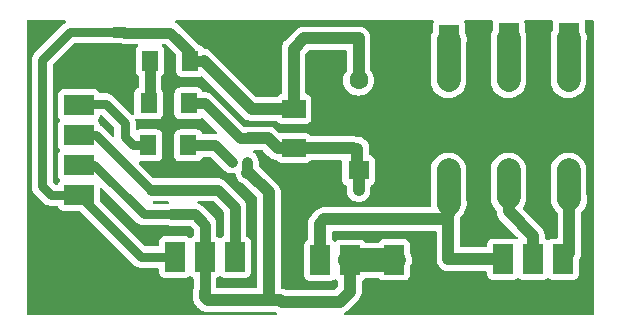
<source format=gbr>
%TF.GenerationSoftware,KiCad,Pcbnew,8.0.1-rc2*%
%TF.CreationDate,2024-05-12T09:23:16-05:00*%
%TF.ProjectId,Sensores 3,53656e73-6f72-4657-9320-332e6b696361,rev?*%
%TF.SameCoordinates,Original*%
%TF.FileFunction,Copper,L1,Top*%
%TF.FilePolarity,Positive*%
%FSLAX46Y46*%
G04 Gerber Fmt 4.6, Leading zero omitted, Abs format (unit mm)*
G04 Created by KiCad (PCBNEW 8.0.1-rc2) date 2024-05-12 09:23:17*
%MOMM*%
%LPD*%
G01*
G04 APERTURE LIST*
G04 Aperture macros list*
%AMRoundRect*
0 Rectangle with rounded corners*
0 $1 Rounding radius*
0 $2 $3 $4 $5 $6 $7 $8 $9 X,Y pos of 4 corners*
0 Add a 4 corners polygon primitive as box body*
4,1,4,$2,$3,$4,$5,$6,$7,$8,$9,$2,$3,0*
0 Add four circle primitives for the rounded corners*
1,1,$1+$1,$2,$3*
1,1,$1+$1,$4,$5*
1,1,$1+$1,$6,$7*
1,1,$1+$1,$8,$9*
0 Add four rect primitives between the rounded corners*
20,1,$1+$1,$2,$3,$4,$5,0*
20,1,$1+$1,$4,$5,$6,$7,0*
20,1,$1+$1,$6,$7,$8,$9,0*
20,1,$1+$1,$8,$9,$2,$3,0*%
G04 Aperture macros list end*
%TA.AperFunction,SMDPad,CuDef*%
%ADD10R,1.700000X2.500000*%
%TD*%
%TA.AperFunction,SMDPad,CuDef*%
%ADD11R,1.400000X1.700000*%
%TD*%
%TA.AperFunction,SMDPad,CuDef*%
%ADD12R,2.500000X1.700000*%
%TD*%
%TA.AperFunction,ComponentPad*%
%ADD13C,1.600000*%
%TD*%
%TA.AperFunction,ComponentPad*%
%ADD14R,1.800000X1.600000*%
%TD*%
%TA.AperFunction,SMDPad,CuDef*%
%ADD15R,2.000000X1.500000*%
%TD*%
%TA.AperFunction,SMDPad,CuDef*%
%ADD16RoundRect,0.112500X-0.112500X-0.237500X0.112500X-0.237500X0.112500X0.237500X-0.112500X0.237500X0*%
%TD*%
%TA.AperFunction,Conductor*%
%ADD17C,1.000000*%
%TD*%
%TA.AperFunction,Conductor*%
%ADD18C,2.000000*%
%TD*%
%TA.AperFunction,Conductor*%
%ADD19C,0.900000*%
%TD*%
%TA.AperFunction,Conductor*%
%ADD20C,0.800000*%
%TD*%
%TA.AperFunction,Conductor*%
%ADD21C,0.200000*%
%TD*%
G04 APERTURE END LIST*
D10*
%TO.P,J5,1,Pin_1*%
%TO.N,Net-(J5-Pin_1)*%
X100900000Y-96700000D03*
%TD*%
D11*
%TO.P,R2,1*%
%TO.N,R*%
X70385200Y-105765600D03*
%TO.P,R2,2*%
%TO.N,Net-(Q1-B)*%
X73785200Y-105765600D03*
%TD*%
D12*
%TO.P,CON-NIVE1,1,Pin_1*%
%TO.N,R*%
X64516000Y-102362000D03*
%TO.P,CON-NIVE1,2,Pin_2*%
%TO.N,SENS*%
X64516000Y-104902000D03*
%TO.P,CON-NIVE1,3,Pin_3*%
%TO.N,PWR_GND*%
X64516000Y-107442000D03*
%TO.P,CON-NIVE1,4,Pin_4*%
%TO.N,PWR_5V*%
X64516000Y-109982000D03*
%TD*%
D10*
%TO.P,J2,1,Pin_1*%
%TO.N,PWR_GND*%
X87457600Y-115505200D03*
%TO.P,J2,2,Pin_2*%
%TO.N,PWR_12V*%
X84917600Y-115505200D03*
%TD*%
%TO.P,J3,1,Pin_1*%
%TO.N,SENS*%
X77724000Y-115214400D03*
%TO.P,J3,2,Pin_2*%
%TO.N,PWR_GND*%
X75184000Y-115214400D03*
%TO.P,J3,3,Pin_3*%
%TO.N,PWR_5V*%
X72644000Y-115214400D03*
%TD*%
D13*
%TO.P,K2,11*%
%TO.N,PWR_12V*%
X95820000Y-107870000D03*
%TO.P,K2,12*%
%TO.N,COM*%
X100900000Y-107870000D03*
%TO.P,K2,14*%
%TO.N,NS*%
X105980000Y-107870000D03*
%TO.P,K2,21*%
%TO.N,A*%
X95820000Y-100250000D03*
%TO.P,K2,22*%
%TO.N,Net-(J5-Pin_1)*%
X100900000Y-100250000D03*
%TO.P,K2,24*%
%TO.N,Net-(J6-Pin_1)*%
X105980000Y-100250000D03*
D14*
%TO.P,K2,A1*%
%TO.N,Net-(D2-A)*%
X88200000Y-107870000D03*
D13*
%TO.P,K2,A2*%
%TO.N,PWR_5V*%
X88200000Y-100250000D03*
%TD*%
D15*
%TO.P,D2,1,K*%
%TO.N,PWR_5V*%
X82700000Y-102693200D03*
%TO.P,D2,2,A*%
%TO.N,Net-(D2-A)*%
X82700000Y-105993200D03*
%TD*%
D11*
%TO.P,R1,1*%
%TO.N,Net-(D1-K)*%
X70412400Y-102209600D03*
%TO.P,R1,2*%
%TO.N,Net-(D2-A)*%
X73812400Y-102209600D03*
%TD*%
D10*
%TO.P,J1,1,Pin_1*%
%TO.N,NS*%
X105500000Y-115400000D03*
%TO.P,J1,2,Pin_2*%
%TO.N,COM*%
X102960000Y-115400000D03*
%TO.P,J1,3,Pin_3*%
%TO.N,PWR_12V*%
X100420000Y-115400000D03*
%TD*%
D11*
%TO.P,D1,1,K*%
%TO.N,Net-(D1-K)*%
X70537600Y-98602800D03*
%TO.P,D1,2,A*%
%TO.N,PWR_5V*%
X73937600Y-98602800D03*
%TD*%
D10*
%TO.P,J6,1,Pin_1*%
%TO.N,Net-(J6-Pin_1)*%
X106000000Y-96650000D03*
%TD*%
D16*
%TO.P,Q1,1,B*%
%TO.N,Net-(Q1-B)*%
X77480400Y-107172000D03*
%TO.P,Q1,2,E*%
%TO.N,PWR_GND*%
X78780400Y-107172000D03*
%TO.P,Q1,3,C*%
%TO.N,Net-(D2-A)*%
X78130400Y-105172000D03*
%TD*%
D10*
%TO.P,J4,1,Pin_1*%
%TO.N,A*%
X95850000Y-96800000D03*
%TD*%
%TO.P,J7,1,Pin_1*%
%TO.N,PWR_GND*%
X91200000Y-115450000D03*
%TD*%
D17*
%TO.N,PWR_GND*%
X80450000Y-118872000D02*
X81550800Y-118872000D01*
D18*
X91144800Y-115505200D02*
X91200000Y-115450000D01*
D17*
X87457600Y-115505200D02*
X87457600Y-118142400D01*
D18*
X87457600Y-115505200D02*
X91144800Y-115505200D01*
D17*
X78942000Y-108092000D02*
X80600000Y-109750000D01*
D19*
X72339200Y-111607600D02*
X74345800Y-111607600D01*
D17*
X78780400Y-108092000D02*
X78942000Y-108092000D01*
D20*
X70002400Y-111607600D02*
X72339200Y-111607600D01*
D17*
X75184000Y-118634000D02*
X75422000Y-118872000D01*
D19*
X78780400Y-107172000D02*
X78780400Y-108092000D01*
D17*
X87457600Y-118142400D02*
X86600000Y-119000000D01*
X81678800Y-119000000D02*
X81550800Y-118872000D01*
X75422000Y-118872000D02*
X81550800Y-118872000D01*
D19*
X75184000Y-115214400D02*
X75184000Y-118135400D01*
D17*
X75184000Y-118135400D02*
X75184000Y-118634000D01*
X80600000Y-109750000D02*
X80600000Y-118722000D01*
D19*
X74345800Y-111607600D02*
X75209400Y-112471200D01*
D21*
X75209400Y-112471200D02*
X75184000Y-112496600D01*
D20*
X64516000Y-107442000D02*
X65836800Y-107442000D01*
D19*
X75184000Y-112496600D02*
X75184000Y-115214400D01*
D20*
X65836800Y-107442000D02*
X70002400Y-111607600D01*
D17*
X86600000Y-119000000D02*
X81678800Y-119000000D01*
X80600000Y-118722000D02*
X80450000Y-118872000D01*
D20*
%TO.N,R*%
X68427600Y-103886000D02*
X66802000Y-102260400D01*
X66802000Y-102260400D02*
X65481200Y-102260400D01*
X69138800Y-105765600D02*
X68427600Y-105054400D01*
X70385200Y-105765600D02*
X69138800Y-105765600D01*
X68427600Y-105054400D02*
X68427600Y-103886000D01*
D19*
%TO.N,SENS*%
X70637400Y-109499400D02*
X76276200Y-109499400D01*
D21*
X77749400Y-111125000D02*
X77724000Y-111150400D01*
X77724000Y-115214400D02*
X77724000Y-112471200D01*
D19*
X70586600Y-109550200D02*
X70637400Y-109499400D01*
D20*
X64516000Y-104902000D02*
X65938400Y-104902000D01*
X70586600Y-109550200D02*
X65938400Y-104902000D01*
D19*
X76276200Y-109499400D02*
X77749400Y-110972600D01*
X77724000Y-111150400D02*
X77724000Y-115214400D01*
D21*
X77749400Y-110972600D02*
X77749400Y-111125000D01*
D20*
%TO.N,PWR_5V*%
X61417200Y-109220000D02*
X61417200Y-98552000D01*
D19*
X67513200Y-96164400D02*
X68326000Y-96164400D01*
D20*
X63804800Y-96164400D02*
X67817999Y-96164399D01*
D21*
X73937600Y-98602800D02*
X74396600Y-98602800D01*
D19*
X72263000Y-96215200D02*
X73937600Y-97889800D01*
D21*
X73937600Y-98602800D02*
X74472800Y-98602800D01*
D17*
X75082400Y-98602800D02*
X79172800Y-102693200D01*
D20*
X69748400Y-115214400D02*
X64516000Y-109982000D01*
D19*
X68376800Y-96215200D02*
X72263000Y-96215200D01*
D17*
X88200000Y-96700000D02*
X83600000Y-96700000D01*
D19*
X68376800Y-96215200D02*
X68325999Y-96164399D01*
X68326000Y-96164400D02*
X68376800Y-96215200D01*
D21*
X73937600Y-98602800D02*
X73937600Y-97889800D01*
D20*
X64516000Y-109982000D02*
X62179200Y-109982000D01*
D19*
X68325999Y-96164399D02*
X67817999Y-96164399D01*
D20*
X72644000Y-115214400D02*
X69748400Y-115214400D01*
X61417200Y-98552000D02*
X63804800Y-96164400D01*
D17*
X79172800Y-102693200D02*
X82700000Y-102693200D01*
X83600000Y-96700000D02*
X82700000Y-97600000D01*
X88200000Y-100250000D02*
X88200000Y-96700000D01*
X82700000Y-97600000D02*
X82700000Y-102693200D01*
D20*
X62179200Y-109982000D02*
X61417200Y-109220000D01*
D19*
X74396600Y-98602800D02*
X75082400Y-98602800D01*
D21*
X61518800Y-102387400D02*
X61534200Y-102402800D01*
%TO.N,Net-(D1-K)*%
X70537600Y-102084400D02*
X70412400Y-102209600D01*
D19*
X70537600Y-98602800D02*
X70537600Y-102084400D01*
D17*
%TO.N,Net-(D2-A)*%
X87743200Y-105993200D02*
X82700000Y-105993200D01*
D19*
X78130400Y-105172000D02*
X78908400Y-105172000D01*
D17*
X78908400Y-105172000D02*
X80522000Y-105172000D01*
D21*
X81939400Y-105993200D02*
X82854800Y-105993200D01*
D17*
X80522000Y-105172000D02*
X81343200Y-105993200D01*
D21*
X81863200Y-105993200D02*
X82854800Y-105993200D01*
D17*
X87743200Y-105993200D02*
X87800000Y-106050000D01*
X88100000Y-107770000D02*
X88200000Y-107870000D01*
D19*
X75168000Y-102209600D02*
X78130400Y-105172000D01*
D17*
X81343200Y-105993200D02*
X82700000Y-105993200D01*
X88200000Y-109550000D02*
X88200000Y-107870000D01*
D19*
X73812400Y-102209600D02*
X75168000Y-102209600D01*
D17*
X88100000Y-106050000D02*
X88100000Y-107770000D01*
X87800000Y-106050000D02*
X88100000Y-106050000D01*
%TO.N,PWR_12V*%
X95850000Y-111550000D02*
X95850000Y-110700000D01*
D18*
X95820000Y-110670000D02*
X95850000Y-110700000D01*
X95820000Y-107870000D02*
X95820000Y-110670000D01*
D17*
X85300000Y-112000000D02*
X95400000Y-112000000D01*
X95800000Y-115350000D02*
X95800000Y-111600000D01*
X95800000Y-111600000D02*
X95850000Y-111550000D01*
X84917600Y-115505200D02*
X84917600Y-112382400D01*
X95400000Y-112000000D02*
X95850000Y-111550000D01*
X95850000Y-115400000D02*
X95800000Y-115350000D01*
X84917600Y-112382400D02*
X85300000Y-112000000D01*
X100420000Y-115400000D02*
X95850000Y-115400000D01*
D19*
%TO.N,Net-(Q1-B)*%
X73785200Y-105765600D02*
X76074000Y-105765600D01*
X76074000Y-105765600D02*
X77480400Y-107172000D01*
D18*
%TO.N,Net-(J5-Pin_1)*%
X100900000Y-100250000D02*
X100900000Y-96700000D01*
%TO.N,Net-(J6-Pin_1)*%
X105980000Y-100250000D02*
X105980000Y-96670000D01*
X105980000Y-96670000D02*
X106000000Y-96650000D01*
D17*
%TO.N,NS*%
X106050000Y-114850000D02*
X106050000Y-110300000D01*
D18*
X105980000Y-107870000D02*
X105980000Y-110230000D01*
X105980000Y-110230000D02*
X106050000Y-110300000D01*
D17*
X105500000Y-115400000D02*
X106050000Y-114850000D01*
D18*
%TO.N,COM*%
X100900000Y-107870000D02*
X100900000Y-110150000D01*
D17*
X102960000Y-113410000D02*
X100900000Y-111350000D01*
X100900000Y-107870000D02*
X100780000Y-107870000D01*
X102960000Y-115400000D02*
X102960000Y-113410000D01*
X100900000Y-111350000D02*
X100900000Y-110150000D01*
D18*
%TO.N,A*%
X95820000Y-96830000D02*
X95850000Y-96800000D01*
X95820000Y-100250000D02*
X95820000Y-96830000D01*
%TD*%
%TA.AperFunction,NonConductor*%
G36*
X66475147Y-103207047D02*
G01*
X67490781Y-104222680D01*
X67524266Y-104284003D01*
X67527100Y-104310361D01*
X67527100Y-104917838D01*
X67507415Y-104984877D01*
X67454611Y-105030632D01*
X67385453Y-105040576D01*
X67321897Y-105011551D01*
X67315419Y-105005519D01*
X66512441Y-104202540D01*
X66512440Y-104202539D01*
X66512436Y-104202536D01*
X66453359Y-104163063D01*
X66453358Y-104163061D01*
X66364944Y-104103985D01*
X66364942Y-104103984D01*
X66341120Y-104094117D01*
X66286716Y-104050276D01*
X66265282Y-103992808D01*
X66260091Y-103944516D01*
X66209797Y-103809671D01*
X66209795Y-103809668D01*
X66132421Y-103706309D01*
X66108004Y-103640848D01*
X66122855Y-103572575D01*
X66132416Y-103557696D01*
X66209796Y-103454331D01*
X66260091Y-103319483D01*
X66264177Y-103281470D01*
X66290913Y-103216923D01*
X66348305Y-103177074D01*
X66418130Y-103174579D01*
X66475147Y-103207047D01*
G37*
%TD.AperFunction*%
%TA.AperFunction,NonConductor*%
G36*
X67226207Y-97074338D02*
G01*
X67235944Y-97078371D01*
X67235949Y-97078373D01*
X67419579Y-97114899D01*
X67419583Y-97114900D01*
X67419584Y-97114900D01*
X68040426Y-97114900D01*
X68087878Y-97124339D01*
X68092096Y-97126086D01*
X68099549Y-97129173D01*
X68283178Y-97165699D01*
X68283182Y-97165700D01*
X68283183Y-97165700D01*
X68283184Y-97165700D01*
X69414142Y-97165700D01*
X69481181Y-97185385D01*
X69526936Y-97238189D01*
X69536880Y-97307347D01*
X69507855Y-97370903D01*
X69488454Y-97388966D01*
X69480052Y-97395255D01*
X69393806Y-97510464D01*
X69393802Y-97510471D01*
X69343508Y-97645317D01*
X69337576Y-97700500D01*
X69337101Y-97704923D01*
X69337100Y-97704935D01*
X69337100Y-99500670D01*
X69337101Y-99500676D01*
X69343508Y-99560283D01*
X69393802Y-99695128D01*
X69393803Y-99695129D01*
X69393804Y-99695131D01*
X69480052Y-99810343D01*
X69480055Y-99810347D01*
X69537410Y-99853282D01*
X69579282Y-99909215D01*
X69587100Y-99952549D01*
X69587100Y-100786058D01*
X69567415Y-100853097D01*
X69514611Y-100898852D01*
X69506435Y-100902239D01*
X69470073Y-100915801D01*
X69470064Y-100915806D01*
X69354855Y-101002052D01*
X69354852Y-101002055D01*
X69268606Y-101117264D01*
X69268602Y-101117271D01*
X69218308Y-101252117D01*
X69211901Y-101311716D01*
X69211900Y-101311728D01*
X69211900Y-103097439D01*
X69192215Y-103164478D01*
X69139411Y-103210233D01*
X69070253Y-103220177D01*
X69006697Y-103191152D01*
X69000219Y-103185120D01*
X67376041Y-101560940D01*
X67376038Y-101560937D01*
X67283945Y-101499403D01*
X67228544Y-101462385D01*
X67228542Y-101462384D01*
X67146607Y-101428446D01*
X67146606Y-101428446D01*
X67064666Y-101394505D01*
X67064658Y-101394503D01*
X66890696Y-101359900D01*
X66890692Y-101359900D01*
X66890691Y-101359900D01*
X66329545Y-101359900D01*
X66262506Y-101340215D01*
X66216751Y-101287411D01*
X66213362Y-101279230D01*
X66212666Y-101277363D01*
X66209796Y-101269669D01*
X66209794Y-101269666D01*
X66209793Y-101269664D01*
X66123547Y-101154455D01*
X66123544Y-101154452D01*
X66008335Y-101068206D01*
X66008328Y-101068202D01*
X65873482Y-101017908D01*
X65873483Y-101017908D01*
X65813883Y-101011501D01*
X65813881Y-101011500D01*
X65813873Y-101011500D01*
X65813864Y-101011500D01*
X63218129Y-101011500D01*
X63218123Y-101011501D01*
X63158516Y-101017908D01*
X63023671Y-101068202D01*
X63023664Y-101068206D01*
X62908455Y-101154452D01*
X62908452Y-101154455D01*
X62822206Y-101269664D01*
X62822202Y-101269671D01*
X62771908Y-101404517D01*
X62765501Y-101464116D01*
X62765500Y-101464135D01*
X62765500Y-103259870D01*
X62765501Y-103259876D01*
X62771908Y-103319483D01*
X62822202Y-103454328D01*
X62822203Y-103454330D01*
X62850935Y-103492711D01*
X62894332Y-103550682D01*
X62899578Y-103557689D01*
X62923995Y-103623153D01*
X62909144Y-103691426D01*
X62899578Y-103706311D01*
X62822203Y-103809669D01*
X62822202Y-103809671D01*
X62771908Y-103944517D01*
X62765501Y-104004116D01*
X62765500Y-104004135D01*
X62765500Y-105799870D01*
X62765501Y-105799876D01*
X62771908Y-105859483D01*
X62822202Y-105994328D01*
X62822203Y-105994330D01*
X62899578Y-106097689D01*
X62923995Y-106163153D01*
X62909144Y-106231426D01*
X62899578Y-106246311D01*
X62822203Y-106349669D01*
X62822202Y-106349671D01*
X62771908Y-106484517D01*
X62765501Y-106544116D01*
X62765500Y-106544135D01*
X62765500Y-108339870D01*
X62765501Y-108339876D01*
X62771908Y-108399483D01*
X62822202Y-108534328D01*
X62822203Y-108534330D01*
X62860454Y-108585427D01*
X62882671Y-108615105D01*
X62899578Y-108637689D01*
X62923995Y-108703153D01*
X62909144Y-108771426D01*
X62899578Y-108786311D01*
X62822203Y-108889669D01*
X62822202Y-108889671D01*
X62780742Y-109000833D01*
X62738871Y-109056767D01*
X62673407Y-109081184D01*
X62664560Y-109081500D01*
X62603561Y-109081500D01*
X62536522Y-109061815D01*
X62515884Y-109045185D01*
X62354016Y-108883317D01*
X62320534Y-108821996D01*
X62317700Y-108795638D01*
X62317700Y-98976360D01*
X62337385Y-98909321D01*
X62354014Y-98888684D01*
X64141480Y-97101217D01*
X64202803Y-97067733D01*
X64229161Y-97064899D01*
X67178755Y-97064899D01*
X67226207Y-97074338D01*
G37*
%TD.AperFunction*%
%TA.AperFunction,NonConductor*%
G36*
X72096508Y-110469585D02*
G01*
X72142263Y-110522389D01*
X72152207Y-110591547D01*
X72123182Y-110655103D01*
X72067541Y-110691214D01*
X72067576Y-110691297D01*
X72067129Y-110691481D01*
X72065470Y-110692559D01*
X72061952Y-110693626D01*
X72061950Y-110693626D01*
X72061949Y-110693627D01*
X72052206Y-110697662D01*
X72004758Y-110707100D01*
X70898967Y-110707100D01*
X70831928Y-110687415D01*
X70786173Y-110634611D01*
X70776229Y-110565453D01*
X70805254Y-110501897D01*
X70858554Y-110467304D01*
X70858223Y-110466504D01*
X70862550Y-110464711D01*
X70862969Y-110464440D01*
X70863842Y-110464174D01*
X70863850Y-110464173D01*
X70870114Y-110461578D01*
X70875521Y-110459339D01*
X70922973Y-110449900D01*
X72029469Y-110449900D01*
X72096508Y-110469585D01*
G37*
%TD.AperFunction*%
%TA.AperFunction,NonConductor*%
G36*
X75898167Y-110469585D02*
G01*
X75918809Y-110486219D01*
X76737181Y-111304591D01*
X76770666Y-111365914D01*
X76773500Y-111392272D01*
X76773500Y-113381609D01*
X76753815Y-113448648D01*
X76701011Y-113494403D01*
X76692833Y-113497791D01*
X76631671Y-113520602D01*
X76631669Y-113520603D01*
X76528311Y-113597978D01*
X76462847Y-113622395D01*
X76394574Y-113607544D01*
X76379689Y-113597978D01*
X76372423Y-113592539D01*
X76329143Y-113560139D01*
X76276330Y-113520603D01*
X76276328Y-113520602D01*
X76215167Y-113497791D01*
X76159233Y-113455920D01*
X76134816Y-113390456D01*
X76134500Y-113381609D01*
X76134500Y-112704721D01*
X76136883Y-112680529D01*
X76159900Y-112564819D01*
X76159900Y-112377580D01*
X76159899Y-112377578D01*
X76123375Y-112193957D01*
X76123372Y-112193948D01*
X76051726Y-112020976D01*
X76051719Y-112020963D01*
X75947702Y-111865292D01*
X75947699Y-111865288D01*
X74951711Y-110869300D01*
X74951707Y-110869297D01*
X74796036Y-110765280D01*
X74796027Y-110765275D01*
X74713417Y-110731057D01*
X74694701Y-110723305D01*
X74623051Y-110693627D01*
X74623047Y-110693626D01*
X74619530Y-110692559D01*
X74617914Y-110691500D01*
X74617424Y-110691297D01*
X74617462Y-110691203D01*
X74561093Y-110654258D01*
X74532640Y-110590445D01*
X74543204Y-110521378D01*
X74589431Y-110468987D01*
X74655531Y-110449900D01*
X75831128Y-110449900D01*
X75898167Y-110469585D01*
G37*
%TD.AperFunction*%
%TA.AperFunction,NonConductor*%
G36*
X66471702Y-109350848D02*
G01*
X66478180Y-109356880D01*
X69428358Y-112307059D01*
X69428361Y-112307062D01*
X69428364Y-112307064D01*
X69458409Y-112327139D01*
X69575853Y-112405613D01*
X69657793Y-112439553D01*
X69739734Y-112473495D01*
X69913703Y-112508099D01*
X69913707Y-112508100D01*
X69913708Y-112508100D01*
X69913709Y-112508100D01*
X72004758Y-112508100D01*
X72052206Y-112517537D01*
X72061949Y-112521573D01*
X72061953Y-112521573D01*
X72061956Y-112521575D01*
X72245579Y-112558099D01*
X72245583Y-112558100D01*
X72245584Y-112558100D01*
X73900728Y-112558100D01*
X73967767Y-112577785D01*
X73988409Y-112594419D01*
X74197181Y-112803191D01*
X74230666Y-112864514D01*
X74233500Y-112890872D01*
X74233500Y-113381609D01*
X74213815Y-113448648D01*
X74161011Y-113494403D01*
X74152833Y-113497791D01*
X74091671Y-113520602D01*
X74091669Y-113520603D01*
X73988311Y-113597978D01*
X73922847Y-113622395D01*
X73854574Y-113607544D01*
X73839689Y-113597978D01*
X73832423Y-113592539D01*
X73789143Y-113560139D01*
X73736330Y-113520603D01*
X73736328Y-113520602D01*
X73601482Y-113470308D01*
X73601483Y-113470308D01*
X73541883Y-113463901D01*
X73541881Y-113463900D01*
X73541873Y-113463900D01*
X73541864Y-113463900D01*
X71746129Y-113463900D01*
X71746123Y-113463901D01*
X71686516Y-113470308D01*
X71551671Y-113520602D01*
X71551664Y-113520606D01*
X71436455Y-113606852D01*
X71436452Y-113606855D01*
X71350206Y-113722064D01*
X71350202Y-113722071D01*
X71299908Y-113856917D01*
X71295455Y-113898344D01*
X71293501Y-113916523D01*
X71293500Y-113916535D01*
X71293500Y-114189900D01*
X71273815Y-114256939D01*
X71221011Y-114302694D01*
X71169500Y-114313900D01*
X70172762Y-114313900D01*
X70105723Y-114294215D01*
X70085081Y-114277581D01*
X66302818Y-110495318D01*
X66269333Y-110433995D01*
X66266499Y-110407637D01*
X66266499Y-109444561D01*
X66286184Y-109377522D01*
X66338988Y-109331767D01*
X66408146Y-109321823D01*
X66471702Y-109350848D01*
G37*
%TD.AperFunction*%
%TA.AperFunction,NonConductor*%
G36*
X94506850Y-95160585D02*
G01*
X94552605Y-95213389D01*
X94562549Y-95282547D01*
X94555993Y-95308233D01*
X94505908Y-95442517D01*
X94502212Y-95476900D01*
X94499501Y-95502123D01*
X94499500Y-95502135D01*
X94499500Y-96086720D01*
X94485985Y-96143014D01*
X94429434Y-96254000D01*
X94356446Y-96478631D01*
X94319500Y-96711902D01*
X94319500Y-100368097D01*
X94356446Y-100601368D01*
X94429433Y-100825996D01*
X94531496Y-101026304D01*
X94536657Y-101036433D01*
X94675483Y-101227510D01*
X94842490Y-101394517D01*
X95033567Y-101533343D01*
X95132991Y-101584002D01*
X95244003Y-101640566D01*
X95244005Y-101640566D01*
X95244008Y-101640568D01*
X95343869Y-101673015D01*
X95468631Y-101713553D01*
X95701903Y-101750500D01*
X95701908Y-101750500D01*
X95938097Y-101750500D01*
X96171368Y-101713553D01*
X96210405Y-101700869D01*
X96395992Y-101640568D01*
X96606433Y-101533343D01*
X96797510Y-101394517D01*
X96964517Y-101227510D01*
X97103343Y-101036433D01*
X97210568Y-100825992D01*
X97283553Y-100601368D01*
X97303301Y-100476686D01*
X97320500Y-100368097D01*
X97320500Y-97117257D01*
X97322027Y-97097859D01*
X97350499Y-96918097D01*
X97350499Y-96681903D01*
X97326741Y-96531908D01*
X97313552Y-96448632D01*
X97264814Y-96298630D01*
X97240569Y-96224010D01*
X97240565Y-96224002D01*
X97214014Y-96171891D01*
X97200499Y-96115597D01*
X97200499Y-95502129D01*
X97200498Y-95502123D01*
X97200497Y-95502116D01*
X97194091Y-95442517D01*
X97179030Y-95402135D01*
X97144007Y-95308233D01*
X97139023Y-95238541D01*
X97172508Y-95177218D01*
X97233832Y-95143734D01*
X97260189Y-95140900D01*
X99452514Y-95140900D01*
X99519553Y-95160585D01*
X99565308Y-95213389D01*
X99575252Y-95282547D01*
X99568696Y-95308233D01*
X99555908Y-95342517D01*
X99549501Y-95402116D01*
X99549501Y-95402123D01*
X99549500Y-95402135D01*
X99549500Y-96015599D01*
X99535985Y-96071893D01*
X99509430Y-96124009D01*
X99509430Y-96124011D01*
X99436447Y-96348627D01*
X99436447Y-96348630D01*
X99399500Y-96581902D01*
X99399500Y-100368097D01*
X99436446Y-100601368D01*
X99509433Y-100825996D01*
X99611496Y-101026304D01*
X99616657Y-101036433D01*
X99755483Y-101227510D01*
X99922490Y-101394517D01*
X100113567Y-101533343D01*
X100212991Y-101584002D01*
X100324003Y-101640566D01*
X100324005Y-101640566D01*
X100324008Y-101640568D01*
X100423869Y-101673015D01*
X100548631Y-101713553D01*
X100781903Y-101750500D01*
X100781908Y-101750500D01*
X101018097Y-101750500D01*
X101251368Y-101713553D01*
X101290405Y-101700869D01*
X101475992Y-101640568D01*
X101686433Y-101533343D01*
X101877510Y-101394517D01*
X102044517Y-101227510D01*
X102183343Y-101036433D01*
X102290568Y-100825992D01*
X102363553Y-100601368D01*
X102383301Y-100476686D01*
X102400500Y-100368097D01*
X102400500Y-96581902D01*
X102363553Y-96348631D01*
X102290565Y-96124000D01*
X102264014Y-96071891D01*
X102250499Y-96015597D01*
X102250499Y-95402129D01*
X102250498Y-95402123D01*
X102250497Y-95402116D01*
X102245123Y-95352116D01*
X102244091Y-95342516D01*
X102231304Y-95308233D01*
X102226320Y-95238542D01*
X102259805Y-95177219D01*
X102321128Y-95143734D01*
X102347486Y-95140900D01*
X104535020Y-95140900D01*
X104602059Y-95160585D01*
X104647814Y-95213389D01*
X104657758Y-95282547D01*
X104655963Y-95292008D01*
X104649501Y-95352116D01*
X104649501Y-95352123D01*
X104649500Y-95352135D01*
X104649500Y-95946347D01*
X104635985Y-96002641D01*
X104598756Y-96075708D01*
X104589431Y-96094008D01*
X104589431Y-96094009D01*
X104516447Y-96318627D01*
X104516447Y-96318630D01*
X104479500Y-96551902D01*
X104479500Y-100368097D01*
X104516446Y-100601368D01*
X104589433Y-100825996D01*
X104691496Y-101026304D01*
X104696657Y-101036433D01*
X104835483Y-101227510D01*
X105002490Y-101394517D01*
X105193567Y-101533343D01*
X105292991Y-101584002D01*
X105404003Y-101640566D01*
X105404005Y-101640566D01*
X105404008Y-101640568D01*
X105503869Y-101673015D01*
X105628631Y-101713553D01*
X105861903Y-101750500D01*
X105861908Y-101750500D01*
X106098097Y-101750500D01*
X106331368Y-101713553D01*
X106370405Y-101700869D01*
X106555992Y-101640568D01*
X106766433Y-101533343D01*
X106957510Y-101394517D01*
X107124517Y-101227510D01*
X107263343Y-101036433D01*
X107370568Y-100825992D01*
X107443553Y-100601368D01*
X107463301Y-100476686D01*
X107480500Y-100368097D01*
X107480500Y-96904119D01*
X107482027Y-96884721D01*
X107500499Y-96768097D01*
X107500499Y-96531902D01*
X107471470Y-96348627D01*
X107463552Y-96298632D01*
X107406811Y-96124000D01*
X107390569Y-96074010D01*
X107390565Y-96074002D01*
X107364014Y-96021891D01*
X107350499Y-95965597D01*
X107350499Y-95352129D01*
X107350498Y-95352123D01*
X107350497Y-95352116D01*
X107344091Y-95292517D01*
X107343262Y-95284804D01*
X107344775Y-95284641D01*
X107348041Y-95223653D01*
X107388905Y-95166979D01*
X107453922Y-95141394D01*
X107464980Y-95140900D01*
X107986700Y-95140900D01*
X108053739Y-95160585D01*
X108099494Y-95213389D01*
X108110700Y-95264900D01*
X108110700Y-120017500D01*
X108091015Y-120084539D01*
X108038211Y-120130294D01*
X107986700Y-120141500D01*
X87081997Y-120141500D01*
X87014958Y-120121815D01*
X86969203Y-120069011D01*
X86959259Y-119999853D01*
X86988284Y-119936297D01*
X87034545Y-119902939D01*
X87035066Y-119902723D01*
X87073914Y-119886632D01*
X87237782Y-119777139D01*
X87377139Y-119637782D01*
X87377139Y-119637780D01*
X87387347Y-119627573D01*
X87387348Y-119627570D01*
X88234740Y-118780181D01*
X88344232Y-118616314D01*
X88419652Y-118434235D01*
X88458101Y-118240940D01*
X88458101Y-118043859D01*
X88458101Y-118038749D01*
X88458100Y-118038723D01*
X88458100Y-117319341D01*
X88477785Y-117252302D01*
X88530589Y-117206547D01*
X88538749Y-117203166D01*
X88549931Y-117198996D01*
X88665146Y-117112746D01*
X88691827Y-117077103D01*
X88708085Y-117055388D01*
X88764019Y-117013518D01*
X88807351Y-117005700D01*
X89891573Y-117005700D01*
X89958612Y-117025385D01*
X89990837Y-117055386D01*
X89992454Y-117057546D01*
X89992455Y-117057546D01*
X89992456Y-117057548D01*
X90107664Y-117143793D01*
X90107671Y-117143797D01*
X90242517Y-117194091D01*
X90242516Y-117194091D01*
X90249444Y-117194835D01*
X90302127Y-117200500D01*
X92097872Y-117200499D01*
X92157483Y-117194091D01*
X92292331Y-117143796D01*
X92407546Y-117057546D01*
X92493796Y-116942331D01*
X92544091Y-116807483D01*
X92550500Y-116747873D01*
X92550499Y-116134398D01*
X92564014Y-116078105D01*
X92590568Y-116025992D01*
X92663553Y-115801368D01*
X92680901Y-115691836D01*
X92700500Y-115568096D01*
X92700500Y-115331902D01*
X92663553Y-115098630D01*
X92614786Y-114948542D01*
X92590568Y-114874007D01*
X92590566Y-114874004D01*
X92590565Y-114873999D01*
X92564014Y-114821890D01*
X92550499Y-114765596D01*
X92550499Y-114152129D01*
X92550498Y-114152123D01*
X92550024Y-114147717D01*
X92544091Y-114092517D01*
X92525442Y-114042517D01*
X92493797Y-113957671D01*
X92493793Y-113957664D01*
X92407547Y-113842455D01*
X92407544Y-113842452D01*
X92292335Y-113756206D01*
X92292328Y-113756202D01*
X92157482Y-113705908D01*
X92157483Y-113705908D01*
X92097883Y-113699501D01*
X92097881Y-113699500D01*
X92097873Y-113699500D01*
X92097864Y-113699500D01*
X90302129Y-113699500D01*
X90302123Y-113699501D01*
X90242516Y-113705908D01*
X90107671Y-113756202D01*
X90107664Y-113756206D01*
X89992455Y-113842452D01*
X89992452Y-113842455D01*
X89908193Y-113955011D01*
X89852260Y-113996882D01*
X89808927Y-114004700D01*
X88807351Y-114004700D01*
X88740312Y-113985015D01*
X88708085Y-113955012D01*
X88672643Y-113907669D01*
X88665146Y-113897654D01*
X88636061Y-113875881D01*
X88549935Y-113811406D01*
X88549928Y-113811402D01*
X88415082Y-113761108D01*
X88415083Y-113761108D01*
X88355483Y-113754701D01*
X88355481Y-113754700D01*
X88355473Y-113754700D01*
X88355464Y-113754700D01*
X86559729Y-113754700D01*
X86559723Y-113754701D01*
X86500116Y-113761108D01*
X86365271Y-113811402D01*
X86365269Y-113811403D01*
X86261911Y-113888778D01*
X86196447Y-113913195D01*
X86128174Y-113898344D01*
X86113289Y-113888778D01*
X86070727Y-113856916D01*
X86009931Y-113811404D01*
X85998761Y-113807238D01*
X85942831Y-113765366D01*
X85918416Y-113699901D01*
X85918100Y-113691058D01*
X85918100Y-113124500D01*
X85937785Y-113057461D01*
X85990589Y-113011706D01*
X86042100Y-113000500D01*
X94675500Y-113000500D01*
X94742539Y-113020185D01*
X94788294Y-113072989D01*
X94799500Y-113124500D01*
X94799500Y-115448544D01*
X94837947Y-115641828D01*
X94837949Y-115641836D01*
X94858660Y-115691836D01*
X94913369Y-115823917D01*
X95022860Y-115987781D01*
X95022863Y-115987785D01*
X95061071Y-116025992D01*
X95072860Y-116037781D01*
X95072861Y-116037782D01*
X95149979Y-116114900D01*
X95212219Y-116177140D01*
X95212220Y-116177141D01*
X95376079Y-116286628D01*
X95376085Y-116286631D01*
X95376086Y-116286632D01*
X95558165Y-116362052D01*
X95719389Y-116394121D01*
X95751457Y-116400499D01*
X95751458Y-116400500D01*
X95751459Y-116400500D01*
X95751460Y-116400500D01*
X95948541Y-116400500D01*
X98945501Y-116400500D01*
X99012540Y-116420185D01*
X99058295Y-116472989D01*
X99069501Y-116524500D01*
X99069501Y-116697876D01*
X99075908Y-116757483D01*
X99126202Y-116892328D01*
X99126206Y-116892335D01*
X99212452Y-117007544D01*
X99212455Y-117007547D01*
X99327664Y-117093793D01*
X99327671Y-117093797D01*
X99462517Y-117144091D01*
X99462516Y-117144091D01*
X99469444Y-117144835D01*
X99522127Y-117150500D01*
X101317872Y-117150499D01*
X101377483Y-117144091D01*
X101512331Y-117093796D01*
X101615690Y-117016421D01*
X101681152Y-116992004D01*
X101749425Y-117006855D01*
X101764303Y-117016416D01*
X101867665Y-117093793D01*
X101867668Y-117093795D01*
X101867671Y-117093797D01*
X102002517Y-117144091D01*
X102002516Y-117144091D01*
X102009444Y-117144835D01*
X102062127Y-117150500D01*
X103857872Y-117150499D01*
X103917483Y-117144091D01*
X104052331Y-117093796D01*
X104155690Y-117016421D01*
X104221152Y-116992004D01*
X104289425Y-117006855D01*
X104304303Y-117016416D01*
X104407665Y-117093793D01*
X104407668Y-117093795D01*
X104407671Y-117093797D01*
X104542517Y-117144091D01*
X104542516Y-117144091D01*
X104549444Y-117144835D01*
X104602127Y-117150500D01*
X106397872Y-117150499D01*
X106457483Y-117144091D01*
X106592331Y-117093796D01*
X106707546Y-117007546D01*
X106793796Y-116892331D01*
X106844091Y-116757483D01*
X106850500Y-116697873D01*
X106850499Y-115490435D01*
X106870184Y-115423397D01*
X106871397Y-115421545D01*
X106936632Y-115323914D01*
X107012051Y-115141835D01*
X107016239Y-115120784D01*
X107050500Y-114948541D01*
X107050500Y-114751460D01*
X107050500Y-111472889D01*
X107070185Y-111405850D01*
X107086819Y-111385208D01*
X107139529Y-111332498D01*
X107194517Y-111277510D01*
X107333343Y-111086434D01*
X107440568Y-110875992D01*
X107513553Y-110651368D01*
X107523202Y-110590445D01*
X107550500Y-110418097D01*
X107550500Y-110181902D01*
X107525475Y-110023907D01*
X107513553Y-109948632D01*
X107486569Y-109865583D01*
X107480500Y-109827265D01*
X107480500Y-107751902D01*
X107443553Y-107518631D01*
X107370566Y-107294003D01*
X107292521Y-107140832D01*
X107263343Y-107083567D01*
X107124517Y-106892490D01*
X106957510Y-106725483D01*
X106766433Y-106586657D01*
X106737379Y-106571853D01*
X106555996Y-106479433D01*
X106331368Y-106406446D01*
X106098097Y-106369500D01*
X106098092Y-106369500D01*
X105861908Y-106369500D01*
X105861903Y-106369500D01*
X105628631Y-106406446D01*
X105404003Y-106479433D01*
X105193566Y-106586657D01*
X105087852Y-106663464D01*
X105002490Y-106725483D01*
X105002488Y-106725485D01*
X105002487Y-106725485D01*
X104835485Y-106892487D01*
X104835485Y-106892488D01*
X104835483Y-106892490D01*
X104833842Y-106894749D01*
X104696657Y-107083566D01*
X104589433Y-107294003D01*
X104516446Y-107518631D01*
X104479500Y-107751902D01*
X104479500Y-110348097D01*
X104516446Y-110581368D01*
X104589433Y-110805996D01*
X104688022Y-110999487D01*
X104696657Y-111016434D01*
X104822431Y-111189546D01*
X104835484Y-111207511D01*
X105013181Y-111385208D01*
X105046666Y-111446531D01*
X105049500Y-111472889D01*
X105049500Y-113525500D01*
X105029815Y-113592539D01*
X104977011Y-113638294D01*
X104925500Y-113649500D01*
X104602130Y-113649500D01*
X104602123Y-113649501D01*
X104542516Y-113655908D01*
X104407671Y-113706202D01*
X104407669Y-113706203D01*
X104340875Y-113756206D01*
X104312894Y-113777153D01*
X104304311Y-113783578D01*
X104238847Y-113807995D01*
X104170574Y-113793144D01*
X104155689Y-113783578D01*
X104052331Y-113706204D01*
X104041161Y-113702038D01*
X103985231Y-113660166D01*
X103960816Y-113594701D01*
X103960500Y-113585858D01*
X103960500Y-113311456D01*
X103922052Y-113118170D01*
X103922051Y-113118169D01*
X103922051Y-113118165D01*
X103873313Y-113000500D01*
X103846635Y-112936092D01*
X103846628Y-112936079D01*
X103737139Y-112772218D01*
X103737136Y-112772214D01*
X103594686Y-112629764D01*
X103594655Y-112629735D01*
X102139566Y-111174646D01*
X102106081Y-111113323D01*
X102111065Y-111043631D01*
X102126927Y-111014081D01*
X102183343Y-110936433D01*
X102290568Y-110725992D01*
X102363553Y-110501368D01*
X102369444Y-110464173D01*
X102400500Y-110268097D01*
X102400500Y-107751902D01*
X102363553Y-107518631D01*
X102290566Y-107294003D01*
X102212521Y-107140832D01*
X102183343Y-107083567D01*
X102044517Y-106892490D01*
X101877510Y-106725483D01*
X101686433Y-106586657D01*
X101657379Y-106571853D01*
X101475996Y-106479433D01*
X101251368Y-106406446D01*
X101018097Y-106369500D01*
X101018092Y-106369500D01*
X100781908Y-106369500D01*
X100781903Y-106369500D01*
X100548631Y-106406446D01*
X100324003Y-106479433D01*
X100113566Y-106586657D01*
X100007852Y-106663464D01*
X99922490Y-106725483D01*
X99922488Y-106725485D01*
X99922487Y-106725485D01*
X99755485Y-106892487D01*
X99755485Y-106892488D01*
X99755483Y-106892490D01*
X99753842Y-106894749D01*
X99616657Y-107083566D01*
X99509433Y-107294003D01*
X99436446Y-107518631D01*
X99399500Y-107751902D01*
X99399500Y-110268097D01*
X99436446Y-110501368D01*
X99509433Y-110725996D01*
X99589176Y-110882499D01*
X99616657Y-110936433D01*
X99755483Y-111127510D01*
X99755485Y-111127512D01*
X99863181Y-111235208D01*
X99896666Y-111296531D01*
X99899500Y-111322889D01*
X99899500Y-111448541D01*
X99900078Y-111451446D01*
X99900079Y-111451460D01*
X99900081Y-111451460D01*
X99937947Y-111641830D01*
X99937950Y-111641841D01*
X99941537Y-111650499D01*
X99941539Y-111650503D01*
X100013366Y-111823911D01*
X100013371Y-111823920D01*
X100122860Y-111987781D01*
X100122863Y-111987785D01*
X100266537Y-112131459D01*
X100266559Y-112131479D01*
X101633896Y-113498816D01*
X101667381Y-113560139D01*
X101662397Y-113629831D01*
X101620525Y-113685764D01*
X101555061Y-113710181D01*
X101502882Y-113702679D01*
X101377482Y-113655908D01*
X101377483Y-113655908D01*
X101317883Y-113649501D01*
X101317881Y-113649500D01*
X101317873Y-113649500D01*
X101317864Y-113649500D01*
X99522129Y-113649500D01*
X99522123Y-113649501D01*
X99462516Y-113655908D01*
X99327671Y-113706202D01*
X99327664Y-113706206D01*
X99212455Y-113792452D01*
X99212452Y-113792455D01*
X99126206Y-113907664D01*
X99126202Y-113907671D01*
X99075908Y-114042517D01*
X99069501Y-114102116D01*
X99069500Y-114102135D01*
X99069500Y-114275500D01*
X99049815Y-114342539D01*
X98997011Y-114388294D01*
X98945500Y-114399500D01*
X96924500Y-114399500D01*
X96857461Y-114379815D01*
X96811706Y-114327011D01*
X96800500Y-114275500D01*
X96800500Y-111922889D01*
X96820185Y-111855850D01*
X96836819Y-111835208D01*
X96848116Y-111823911D01*
X96994517Y-111677510D01*
X97133343Y-111486433D01*
X97240568Y-111275992D01*
X97313552Y-111051368D01*
X97325038Y-110978847D01*
X97350499Y-110818096D01*
X97350499Y-110581902D01*
X97322027Y-110402139D01*
X97320500Y-110382741D01*
X97320500Y-107751902D01*
X97283553Y-107518631D01*
X97210566Y-107294003D01*
X97132521Y-107140832D01*
X97103343Y-107083567D01*
X96964517Y-106892490D01*
X96797510Y-106725483D01*
X96606433Y-106586657D01*
X96577379Y-106571853D01*
X96395996Y-106479433D01*
X96171368Y-106406446D01*
X95938097Y-106369500D01*
X95938092Y-106369500D01*
X95701908Y-106369500D01*
X95701903Y-106369500D01*
X95468631Y-106406446D01*
X95244003Y-106479433D01*
X95033566Y-106586657D01*
X94927852Y-106663464D01*
X94842490Y-106725483D01*
X94842488Y-106725485D01*
X94842487Y-106725485D01*
X94675485Y-106892487D01*
X94675485Y-106892488D01*
X94675483Y-106892490D01*
X94673842Y-106894749D01*
X94536657Y-107083566D01*
X94429433Y-107294003D01*
X94356446Y-107518631D01*
X94319500Y-107751902D01*
X94319500Y-110788094D01*
X94319499Y-110788095D01*
X94330271Y-110856102D01*
X94321317Y-110925395D01*
X94276320Y-110978847D01*
X94209569Y-110999487D01*
X94207798Y-110999500D01*
X85201457Y-110999500D01*
X85144707Y-111010788D01*
X85116332Y-111016433D01*
X85008171Y-111037947D01*
X85008163Y-111037949D01*
X84975768Y-111051368D01*
X84975767Y-111051368D01*
X84826092Y-111113364D01*
X84826079Y-111113371D01*
X84662218Y-111222860D01*
X84662214Y-111222863D01*
X84279820Y-111605259D01*
X84279818Y-111605261D01*
X84243249Y-111641830D01*
X84140459Y-111744619D01*
X84030971Y-111908479D01*
X84030964Y-111908492D01*
X83996922Y-111990680D01*
X83996922Y-111990681D01*
X83955549Y-112090562D01*
X83955548Y-112090566D01*
X83953961Y-112098538D01*
X83953962Y-112098539D01*
X83917100Y-112283854D01*
X83917100Y-113691058D01*
X83897415Y-113758097D01*
X83844611Y-113803852D01*
X83836447Y-113807234D01*
X83825272Y-113811403D01*
X83825264Y-113811406D01*
X83710055Y-113897652D01*
X83710052Y-113897655D01*
X83623806Y-114012864D01*
X83623802Y-114012871D01*
X83573508Y-114147717D01*
X83567101Y-114207316D01*
X83567100Y-114207335D01*
X83567100Y-116803070D01*
X83567101Y-116803076D01*
X83573508Y-116862683D01*
X83623802Y-116997528D01*
X83623806Y-116997535D01*
X83710052Y-117112744D01*
X83710055Y-117112747D01*
X83825264Y-117198993D01*
X83825271Y-117198997D01*
X83960117Y-117249291D01*
X83960116Y-117249291D01*
X83967044Y-117250035D01*
X84019727Y-117255700D01*
X85815472Y-117255699D01*
X85875083Y-117249291D01*
X86009931Y-117198996D01*
X86113290Y-117121621D01*
X86178752Y-117097204D01*
X86247025Y-117112055D01*
X86261903Y-117121616D01*
X86365269Y-117198996D01*
X86376430Y-117203158D01*
X86432364Y-117245026D01*
X86456784Y-117310489D01*
X86457100Y-117319341D01*
X86457100Y-117676617D01*
X86437415Y-117743656D01*
X86420781Y-117764298D01*
X86221899Y-117963181D01*
X86160576Y-117996666D01*
X86134218Y-117999500D01*
X82082214Y-117999500D01*
X82030789Y-117986618D01*
X82030342Y-117987699D01*
X81971150Y-117963181D01*
X81895965Y-117932038D01*
X81842636Y-117909949D01*
X81842632Y-117909948D01*
X81842628Y-117909946D01*
X81745988Y-117890724D01*
X81728100Y-117887165D01*
X81700307Y-117881637D01*
X81638396Y-117849251D01*
X81603823Y-117788534D01*
X81600500Y-117760020D01*
X81600500Y-109651456D01*
X81562052Y-109458170D01*
X81562051Y-109458169D01*
X81562051Y-109458165D01*
X81520098Y-109356880D01*
X81486635Y-109276092D01*
X81486628Y-109276079D01*
X81377139Y-109112218D01*
X81377136Y-109112214D01*
X81234686Y-108969764D01*
X81234655Y-108969735D01*
X79767219Y-107502299D01*
X79733734Y-107440976D01*
X79730900Y-107414618D01*
X79730900Y-107078383D01*
X79730899Y-107078379D01*
X79717971Y-107013385D01*
X79694373Y-106894749D01*
X79624261Y-106725485D01*
X79622723Y-106721771D01*
X79622718Y-106721762D01*
X79518702Y-106566092D01*
X79518699Y-106566088D01*
X79386308Y-106433697D01*
X79335280Y-106399602D01*
X79290475Y-106345990D01*
X79281768Y-106276665D01*
X79311922Y-106213638D01*
X79371365Y-106176918D01*
X79404171Y-106172500D01*
X80056218Y-106172500D01*
X80123257Y-106192185D01*
X80143899Y-106208819D01*
X80562935Y-106627855D01*
X80562964Y-106627886D01*
X80705414Y-106770336D01*
X80705418Y-106770339D01*
X80869279Y-106879828D01*
X80869292Y-106879835D01*
X80998033Y-106933161D01*
X81051359Y-106955249D01*
X81051364Y-106955251D01*
X81141328Y-106973146D01*
X81188159Y-106982461D01*
X81218808Y-106988558D01*
X81280719Y-107020943D01*
X81293882Y-107035864D01*
X81342448Y-107100739D01*
X81342451Y-107100742D01*
X81342454Y-107100746D01*
X81342457Y-107100748D01*
X81457664Y-107186993D01*
X81457671Y-107186997D01*
X81592517Y-107237291D01*
X81592516Y-107237291D01*
X81599444Y-107238035D01*
X81652127Y-107243700D01*
X83747872Y-107243699D01*
X83807483Y-107237291D01*
X83942331Y-107186996D01*
X84057546Y-107100746D01*
X84088503Y-107059393D01*
X84100485Y-107043388D01*
X84156419Y-107001518D01*
X84199751Y-106993700D01*
X86675500Y-106993700D01*
X86742539Y-107013385D01*
X86788294Y-107066189D01*
X86799500Y-107117700D01*
X86799500Y-108717870D01*
X86799501Y-108717876D01*
X86805908Y-108777483D01*
X86856202Y-108912328D01*
X86856206Y-108912335D01*
X86942452Y-109027544D01*
X86942455Y-109027547D01*
X87057664Y-109113793D01*
X87057669Y-109113796D01*
X87118833Y-109136608D01*
X87174766Y-109178478D01*
X87199184Y-109243942D01*
X87199500Y-109252790D01*
X87199500Y-109648541D01*
X87199500Y-109648543D01*
X87199499Y-109648543D01*
X87237947Y-109841829D01*
X87237950Y-109841839D01*
X87313364Y-110023907D01*
X87313371Y-110023920D01*
X87422860Y-110187781D01*
X87422863Y-110187785D01*
X87562214Y-110327136D01*
X87562218Y-110327139D01*
X87726079Y-110436628D01*
X87726092Y-110436635D01*
X87883651Y-110501897D01*
X87908165Y-110512051D01*
X87908169Y-110512051D01*
X87908170Y-110512052D01*
X88101456Y-110550500D01*
X88101459Y-110550500D01*
X88298543Y-110550500D01*
X88439999Y-110522362D01*
X88491835Y-110512051D01*
X88673914Y-110436632D01*
X88837782Y-110327139D01*
X88977139Y-110187782D01*
X89086632Y-110023914D01*
X89162051Y-109841835D01*
X89199920Y-109651459D01*
X89200500Y-109648543D01*
X89200500Y-109252790D01*
X89220185Y-109185751D01*
X89272989Y-109139996D01*
X89281146Y-109136616D01*
X89342331Y-109113796D01*
X89457546Y-109027546D01*
X89543796Y-108912331D01*
X89594091Y-108777483D01*
X89600500Y-108717873D01*
X89600499Y-107022128D01*
X89594091Y-106962517D01*
X89591381Y-106955252D01*
X89543797Y-106827671D01*
X89543793Y-106827664D01*
X89457547Y-106712455D01*
X89457544Y-106712452D01*
X89342335Y-106626206D01*
X89342328Y-106626202D01*
X89207482Y-106575908D01*
X89199938Y-106574126D01*
X89200474Y-106571853D01*
X89146688Y-106549571D01*
X89106843Y-106492177D01*
X89100500Y-106453024D01*
X89100500Y-105951456D01*
X89062052Y-105758170D01*
X89062051Y-105758169D01*
X89062051Y-105758165D01*
X89062049Y-105758160D01*
X88986635Y-105576092D01*
X88986628Y-105576079D01*
X88877139Y-105412218D01*
X88877136Y-105412214D01*
X88737785Y-105272863D01*
X88737781Y-105272860D01*
X88573920Y-105163371D01*
X88573907Y-105163364D01*
X88391839Y-105087950D01*
X88391829Y-105087947D01*
X88198543Y-105049500D01*
X88198541Y-105049500D01*
X88104004Y-105049500D01*
X88056551Y-105040061D01*
X88035036Y-105031149D01*
X88035028Y-105031147D01*
X87938388Y-105011924D01*
X87841744Y-104992700D01*
X87841741Y-104992700D01*
X84199751Y-104992700D01*
X84132712Y-104973015D01*
X84100485Y-104943012D01*
X84057548Y-104885657D01*
X84057546Y-104885654D01*
X84057542Y-104885651D01*
X83942335Y-104799406D01*
X83942328Y-104799402D01*
X83807482Y-104749108D01*
X83807483Y-104749108D01*
X83747883Y-104742701D01*
X83747881Y-104742700D01*
X83747873Y-104742700D01*
X83747864Y-104742700D01*
X81652129Y-104742700D01*
X81652123Y-104742701D01*
X81584804Y-104749938D01*
X81584550Y-104747578D01*
X81526551Y-104744464D01*
X81480132Y-104715212D01*
X81303479Y-104538559D01*
X81303459Y-104538537D01*
X81159785Y-104394863D01*
X81159781Y-104394860D01*
X80995920Y-104285371D01*
X80995907Y-104285364D01*
X80841724Y-104221500D01*
X80841724Y-104221501D01*
X80841722Y-104221500D01*
X80813836Y-104209949D01*
X80813831Y-104209948D01*
X80813828Y-104209947D01*
X80706030Y-104188505D01*
X80672448Y-104181825D01*
X80620543Y-104171500D01*
X80620541Y-104171500D01*
X78809859Y-104171500D01*
X78809857Y-104171500D01*
X78616571Y-104209947D01*
X78610742Y-104211716D01*
X78610136Y-104209721D01*
X78550087Y-104216172D01*
X78487611Y-104184890D01*
X78484435Y-104181825D01*
X75773911Y-101471300D01*
X75773907Y-101471297D01*
X75618236Y-101367280D01*
X75618223Y-101367273D01*
X75484122Y-101311728D01*
X75445251Y-101295627D01*
X75445243Y-101295625D01*
X75353433Y-101277363D01*
X75261620Y-101259100D01*
X75261617Y-101259100D01*
X75261616Y-101259100D01*
X75095191Y-101259100D01*
X75028152Y-101239415D01*
X74982397Y-101186611D01*
X74979009Y-101178433D01*
X74956197Y-101117271D01*
X74956193Y-101117264D01*
X74869947Y-101002055D01*
X74869944Y-101002052D01*
X74754735Y-100915806D01*
X74754728Y-100915802D01*
X74619882Y-100865508D01*
X74619883Y-100865508D01*
X74560283Y-100859101D01*
X74560281Y-100859100D01*
X74560273Y-100859100D01*
X74560264Y-100859100D01*
X73064529Y-100859100D01*
X73064523Y-100859101D01*
X73004916Y-100865508D01*
X72870071Y-100915802D01*
X72870064Y-100915806D01*
X72754855Y-101002052D01*
X72754852Y-101002055D01*
X72668606Y-101117264D01*
X72668602Y-101117271D01*
X72618308Y-101252117D01*
X72611901Y-101311716D01*
X72611900Y-101311728D01*
X72611900Y-103107470D01*
X72611901Y-103107476D01*
X72618308Y-103167083D01*
X72668602Y-103301928D01*
X72668606Y-103301935D01*
X72754852Y-103417144D01*
X72754855Y-103417147D01*
X72870064Y-103503393D01*
X72870071Y-103503397D01*
X73004917Y-103553691D01*
X73004916Y-103553691D01*
X73011844Y-103554435D01*
X73064527Y-103560100D01*
X74560272Y-103560099D01*
X74619883Y-103553691D01*
X74754731Y-103503396D01*
X74869946Y-103417146D01*
X74869947Y-103417144D01*
X74876226Y-103412444D01*
X74941691Y-103388026D01*
X75009964Y-103402877D01*
X75038219Y-103424029D01*
X76217609Y-104603419D01*
X76251094Y-104664742D01*
X76246110Y-104734434D01*
X76204238Y-104790367D01*
X76138774Y-104814784D01*
X76129928Y-104815100D01*
X75067991Y-104815100D01*
X75000952Y-104795415D01*
X74955197Y-104742611D01*
X74951809Y-104734433D01*
X74928997Y-104673271D01*
X74928993Y-104673264D01*
X74842747Y-104558055D01*
X74842744Y-104558052D01*
X74727535Y-104471806D01*
X74727528Y-104471802D01*
X74592682Y-104421508D01*
X74592683Y-104421508D01*
X74533083Y-104415101D01*
X74533081Y-104415100D01*
X74533073Y-104415100D01*
X74533064Y-104415100D01*
X73037329Y-104415100D01*
X73037323Y-104415101D01*
X72977716Y-104421508D01*
X72842871Y-104471802D01*
X72842864Y-104471806D01*
X72727655Y-104558052D01*
X72727652Y-104558055D01*
X72641406Y-104673264D01*
X72641402Y-104673271D01*
X72591108Y-104808117D01*
X72586431Y-104851627D01*
X72584701Y-104867723D01*
X72584700Y-104867735D01*
X72584700Y-106663470D01*
X72584701Y-106663476D01*
X72591108Y-106723083D01*
X72641402Y-106857928D01*
X72641406Y-106857935D01*
X72727652Y-106973144D01*
X72727654Y-106973146D01*
X72842864Y-107059393D01*
X72842871Y-107059397D01*
X72977717Y-107109691D01*
X72977716Y-107109691D01*
X72984644Y-107110435D01*
X73037327Y-107116100D01*
X74533072Y-107116099D01*
X74592683Y-107109691D01*
X74727531Y-107059396D01*
X74842746Y-106973146D01*
X74928996Y-106857931D01*
X74951809Y-106796767D01*
X74993680Y-106740833D01*
X75059144Y-106716416D01*
X75067991Y-106716100D01*
X75628928Y-106716100D01*
X75695967Y-106735785D01*
X75716609Y-106752419D01*
X76874488Y-107910299D01*
X76874492Y-107910302D01*
X77030163Y-108014319D01*
X77030176Y-108014326D01*
X77159905Y-108068060D01*
X77203150Y-108085973D01*
X77203152Y-108085973D01*
X77203157Y-108085975D01*
X77386778Y-108122499D01*
X77386781Y-108122500D01*
X77386783Y-108122500D01*
X77574018Y-108122500D01*
X77613265Y-108114692D01*
X77637426Y-108109887D01*
X77707017Y-108116114D01*
X77762195Y-108158976D01*
X77783235Y-108207312D01*
X77818347Y-108383829D01*
X77818350Y-108383839D01*
X77893764Y-108565907D01*
X77893771Y-108565920D01*
X78003260Y-108729781D01*
X78003263Y-108729785D01*
X78142614Y-108869136D01*
X78142618Y-108869139D01*
X78306479Y-108978628D01*
X78306492Y-108978635D01*
X78466743Y-109045012D01*
X78506972Y-109071892D01*
X79563181Y-110128101D01*
X79596666Y-110189424D01*
X79599500Y-110215782D01*
X79599500Y-117747500D01*
X79579815Y-117814539D01*
X79527011Y-117860294D01*
X79475500Y-117871500D01*
X76258500Y-117871500D01*
X76191461Y-117851815D01*
X76145706Y-117799011D01*
X76134500Y-117747500D01*
X76134500Y-117047190D01*
X76154185Y-116980151D01*
X76206989Y-116934396D01*
X76215146Y-116931016D01*
X76276331Y-116908196D01*
X76379690Y-116830821D01*
X76445152Y-116806404D01*
X76513425Y-116821255D01*
X76528303Y-116830816D01*
X76631665Y-116908193D01*
X76631668Y-116908195D01*
X76631671Y-116908197D01*
X76766517Y-116958491D01*
X76766516Y-116958491D01*
X76773444Y-116959235D01*
X76826127Y-116964900D01*
X78621872Y-116964899D01*
X78681483Y-116958491D01*
X78816331Y-116908196D01*
X78931546Y-116821946D01*
X79017796Y-116706731D01*
X79068091Y-116571883D01*
X79074500Y-116512273D01*
X79074499Y-113916528D01*
X79068091Y-113856917D01*
X79051115Y-113811403D01*
X79017797Y-113722071D01*
X79017793Y-113722064D01*
X78931547Y-113606855D01*
X78931544Y-113606852D01*
X78816335Y-113520606D01*
X78816328Y-113520602D01*
X78755167Y-113497791D01*
X78699233Y-113455920D01*
X78674816Y-113390456D01*
X78674500Y-113381609D01*
X78674500Y-111206121D01*
X78676883Y-111181929D01*
X78699900Y-111066218D01*
X78699900Y-110878982D01*
X78699899Y-110878978D01*
X78681821Y-110788094D01*
X78663373Y-110695349D01*
X78591722Y-110522369D01*
X78591721Y-110522368D01*
X78591718Y-110522362D01*
X78487701Y-110366691D01*
X78487698Y-110366687D01*
X76882111Y-108761100D01*
X76882107Y-108761097D01*
X76726436Y-108657080D01*
X76726427Y-108657075D01*
X76625103Y-108615106D01*
X76625101Y-108615105D01*
X76553451Y-108585427D01*
X76455352Y-108565914D01*
X76426840Y-108560242D01*
X76369819Y-108548900D01*
X76369817Y-108548900D01*
X76369816Y-108548900D01*
X70910161Y-108548900D01*
X70843122Y-108529215D01*
X70822480Y-108512581D01*
X69637680Y-107327780D01*
X69604195Y-107266457D01*
X69609179Y-107196765D01*
X69651051Y-107140832D01*
X69716515Y-107116415D01*
X69725334Y-107116099D01*
X71133072Y-107116099D01*
X71192683Y-107109691D01*
X71327531Y-107059396D01*
X71442746Y-106973146D01*
X71528996Y-106857931D01*
X71579291Y-106723083D01*
X71585700Y-106663473D01*
X71585699Y-104867728D01*
X71579291Y-104808117D01*
X71576041Y-104799404D01*
X71528997Y-104673271D01*
X71528993Y-104673264D01*
X71442747Y-104558055D01*
X71442744Y-104558052D01*
X71327535Y-104471806D01*
X71327528Y-104471802D01*
X71192682Y-104421508D01*
X71192683Y-104421508D01*
X71133083Y-104415101D01*
X71133081Y-104415100D01*
X71133073Y-104415100D01*
X71133064Y-104415100D01*
X69637329Y-104415100D01*
X69637323Y-104415101D01*
X69577715Y-104421509D01*
X69495432Y-104452198D01*
X69425741Y-104457182D01*
X69364418Y-104423696D01*
X69330933Y-104362373D01*
X69328100Y-104336016D01*
X69328100Y-103797308D01*
X69328099Y-103797304D01*
X69296954Y-103640724D01*
X69303181Y-103571132D01*
X69346044Y-103515955D01*
X69411934Y-103492711D01*
X69461904Y-103500351D01*
X69604917Y-103553691D01*
X69604916Y-103553691D01*
X69611844Y-103554435D01*
X69664527Y-103560100D01*
X71160272Y-103560099D01*
X71219883Y-103553691D01*
X71354731Y-103503396D01*
X71469946Y-103417146D01*
X71556196Y-103301931D01*
X71606491Y-103167083D01*
X71612900Y-103107473D01*
X71612899Y-101311728D01*
X71606491Y-101252117D01*
X71605718Y-101250045D01*
X71556197Y-101117271D01*
X71556195Y-101117268D01*
X71535139Y-101089141D01*
X71512833Y-101059343D01*
X71488416Y-100993878D01*
X71488100Y-100985032D01*
X71488100Y-99952549D01*
X71507785Y-99885510D01*
X71537790Y-99853282D01*
X71595146Y-99810346D01*
X71681396Y-99695131D01*
X71731691Y-99560283D01*
X71738100Y-99500673D01*
X71738099Y-97704928D01*
X71731691Y-97645317D01*
X71729987Y-97640749D01*
X71681397Y-97510471D01*
X71681393Y-97510464D01*
X71595147Y-97395255D01*
X71586746Y-97388966D01*
X71544876Y-97333032D01*
X71539892Y-97263340D01*
X71573378Y-97202018D01*
X71634702Y-97168533D01*
X71661058Y-97165700D01*
X71817928Y-97165700D01*
X71884967Y-97185385D01*
X71905609Y-97202019D01*
X72700781Y-97997191D01*
X72734266Y-98058514D01*
X72737100Y-98084872D01*
X72737100Y-99500670D01*
X72737101Y-99500676D01*
X72743508Y-99560283D01*
X72793802Y-99695128D01*
X72793806Y-99695135D01*
X72880052Y-99810344D01*
X72880055Y-99810347D01*
X72995264Y-99896593D01*
X72995271Y-99896597D01*
X73130117Y-99946891D01*
X73130116Y-99946891D01*
X73137044Y-99947635D01*
X73189727Y-99953300D01*
X74685472Y-99953299D01*
X74745083Y-99946891D01*
X74864515Y-99902345D01*
X74934204Y-99897362D01*
X74995527Y-99930847D01*
X78392535Y-103327855D01*
X78392564Y-103327886D01*
X78535014Y-103470336D01*
X78535018Y-103470339D01*
X78698879Y-103579828D01*
X78698886Y-103579832D01*
X78803910Y-103623334D01*
X78880964Y-103655251D01*
X78977612Y-103674475D01*
X79025935Y-103684087D01*
X79074258Y-103693700D01*
X79074259Y-103693700D01*
X79074260Y-103693700D01*
X79271340Y-103693700D01*
X81200249Y-103693700D01*
X81267288Y-103713385D01*
X81299515Y-103743388D01*
X81339877Y-103797304D01*
X81342454Y-103800746D01*
X81342457Y-103800748D01*
X81457664Y-103886993D01*
X81457671Y-103886997D01*
X81592517Y-103937291D01*
X81592516Y-103937291D01*
X81599444Y-103938035D01*
X81652127Y-103943700D01*
X83747872Y-103943699D01*
X83807483Y-103937291D01*
X83942331Y-103886996D01*
X84057546Y-103800746D01*
X84143796Y-103685531D01*
X84194091Y-103550683D01*
X84200500Y-103491073D01*
X84200499Y-101895328D01*
X84194091Y-101835717D01*
X84143796Y-101700869D01*
X84143795Y-101700868D01*
X84143793Y-101700864D01*
X84057547Y-101585655D01*
X84057544Y-101585652D01*
X83942335Y-101499406D01*
X83942328Y-101499402D01*
X83807482Y-101449108D01*
X83799938Y-101447326D01*
X83800474Y-101445053D01*
X83746688Y-101422771D01*
X83706843Y-101365377D01*
X83700500Y-101326224D01*
X83700500Y-98065782D01*
X83720185Y-97998743D01*
X83736819Y-97978101D01*
X83978101Y-97736819D01*
X84039424Y-97703334D01*
X84065782Y-97700500D01*
X87075500Y-97700500D01*
X87142539Y-97720185D01*
X87188294Y-97772989D01*
X87199500Y-97824500D01*
X87199500Y-99372410D01*
X87179815Y-99439449D01*
X87177076Y-99443532D01*
X87069431Y-99597267D01*
X86973261Y-99803502D01*
X86973258Y-99803511D01*
X86914366Y-100023302D01*
X86914364Y-100023313D01*
X86894532Y-100249998D01*
X86894532Y-100250001D01*
X86914364Y-100476686D01*
X86914366Y-100476697D01*
X86973258Y-100696488D01*
X86973261Y-100696497D01*
X87069431Y-100902732D01*
X87069432Y-100902734D01*
X87199954Y-101089141D01*
X87360858Y-101250045D01*
X87360861Y-101250047D01*
X87547266Y-101380568D01*
X87753504Y-101476739D01*
X87973308Y-101535635D01*
X88135230Y-101549801D01*
X88199998Y-101555468D01*
X88200000Y-101555468D01*
X88200002Y-101555468D01*
X88256673Y-101550509D01*
X88426692Y-101535635D01*
X88646496Y-101476739D01*
X88852734Y-101380568D01*
X89039139Y-101250047D01*
X89200047Y-101089139D01*
X89330568Y-100902734D01*
X89426739Y-100696496D01*
X89485635Y-100476692D01*
X89505468Y-100250000D01*
X89485635Y-100023308D01*
X89428572Y-99810344D01*
X89426741Y-99803511D01*
X89426738Y-99803502D01*
X89376205Y-99695135D01*
X89330568Y-99597266D01*
X89222924Y-99443532D01*
X89200597Y-99377326D01*
X89200500Y-99372410D01*
X89200500Y-96601456D01*
X89162052Y-96408170D01*
X89162051Y-96408169D01*
X89162051Y-96408165D01*
X89137392Y-96348632D01*
X89086635Y-96226092D01*
X89086628Y-96226079D01*
X88977139Y-96062218D01*
X88977136Y-96062214D01*
X88837785Y-95922863D01*
X88837781Y-95922860D01*
X88673920Y-95813371D01*
X88673907Y-95813364D01*
X88491839Y-95737950D01*
X88491829Y-95737947D01*
X88298543Y-95699500D01*
X88298541Y-95699500D01*
X83501459Y-95699500D01*
X83501457Y-95699500D01*
X83427719Y-95714168D01*
X83427718Y-95714168D01*
X83308167Y-95737947D01*
X83308159Y-95737950D01*
X83254834Y-95760037D01*
X83254834Y-95760038D01*
X83209315Y-95778892D01*
X83126089Y-95813366D01*
X83126079Y-95813371D01*
X82962219Y-95922859D01*
X82919482Y-95965597D01*
X82822861Y-96062218D01*
X82822858Y-96062221D01*
X82062221Y-96822858D01*
X82062218Y-96822861D01*
X82000358Y-96884721D01*
X81922859Y-96962219D01*
X81813371Y-97126080D01*
X81813369Y-97126084D01*
X81813368Y-97126086D01*
X81790470Y-97181368D01*
X81756517Y-97263340D01*
X81748005Y-97283889D01*
X81748003Y-97283894D01*
X81737950Y-97308160D01*
X81737947Y-97308169D01*
X81699500Y-97501456D01*
X81699500Y-101326223D01*
X81679815Y-101393262D01*
X81627011Y-101439017D01*
X81599865Y-101446466D01*
X81600068Y-101447324D01*
X81592520Y-101449107D01*
X81457671Y-101499402D01*
X81457664Y-101499406D01*
X81342457Y-101585651D01*
X81342451Y-101585657D01*
X81299515Y-101643012D01*
X81243581Y-101684882D01*
X81200249Y-101692700D01*
X79638582Y-101692700D01*
X79571543Y-101673015D01*
X79550901Y-101656381D01*
X75720184Y-97825663D01*
X75720180Y-97825660D01*
X75556320Y-97716172D01*
X75556310Y-97716167D01*
X75374236Y-97640749D01*
X75374230Y-97640747D01*
X75178237Y-97601761D01*
X75116326Y-97569376D01*
X75086248Y-97523479D01*
X75081396Y-97510469D01*
X75081393Y-97510465D01*
X75081393Y-97510464D01*
X74995147Y-97395255D01*
X74995144Y-97395252D01*
X74879935Y-97309006D01*
X74879928Y-97309002D01*
X74745082Y-97258708D01*
X74745084Y-97258708D01*
X74682844Y-97252017D01*
X74618293Y-97225279D01*
X74608419Y-97216409D01*
X72868911Y-95476900D01*
X72868907Y-95476897D01*
X72708165Y-95369492D01*
X72709274Y-95367831D01*
X72665974Y-95325302D01*
X72650509Y-95257166D01*
X72674337Y-95191485D01*
X72729892Y-95149112D01*
X72774268Y-95140900D01*
X94439811Y-95140900D01*
X94506850Y-95160585D01*
G37*
%TD.AperFunction*%
%TA.AperFunction,NonConductor*%
G36*
X63373983Y-95160585D02*
G01*
X63419738Y-95213389D01*
X63429682Y-95282547D01*
X63400657Y-95346103D01*
X63375835Y-95368002D01*
X63230766Y-95464934D01*
X63230764Y-95464937D01*
X60717738Y-97977960D01*
X60717737Y-97977961D01*
X60678264Y-98037039D01*
X60678263Y-98037040D01*
X60619188Y-98125449D01*
X60591486Y-98192330D01*
X60591486Y-98192331D01*
X60551305Y-98289334D01*
X60519248Y-98450499D01*
X60516700Y-98463309D01*
X60516700Y-98463310D01*
X60516700Y-109308696D01*
X60551303Y-109482659D01*
X60551304Y-109482663D01*
X60551305Y-109482666D01*
X60567955Y-109522861D01*
X60619183Y-109646540D01*
X60619187Y-109646547D01*
X60667822Y-109719334D01*
X60705174Y-109775235D01*
X60717737Y-109794038D01*
X60717738Y-109794039D01*
X61479736Y-110556035D01*
X61558312Y-110634611D01*
X61605166Y-110681465D01*
X61752649Y-110780011D01*
X61752651Y-110780012D01*
X61772150Y-110788089D01*
X61772153Y-110788090D01*
X61772158Y-110788092D01*
X61916534Y-110847895D01*
X62072822Y-110878982D01*
X62090503Y-110882499D01*
X62090507Y-110882500D01*
X62090508Y-110882500D01*
X62090509Y-110882500D01*
X62664560Y-110882500D01*
X62731599Y-110902185D01*
X62777354Y-110954989D01*
X62780742Y-110963167D01*
X62822202Y-111074328D01*
X62822206Y-111074335D01*
X62908452Y-111189544D01*
X62908455Y-111189547D01*
X63023664Y-111275793D01*
X63023671Y-111275797D01*
X63158517Y-111326091D01*
X63158516Y-111326091D01*
X63165444Y-111326835D01*
X63218127Y-111332500D01*
X64541637Y-111332499D01*
X64608676Y-111352184D01*
X64629318Y-111368818D01*
X69174358Y-115913859D01*
X69174361Y-115913862D01*
X69174364Y-115913864D01*
X69232490Y-115952702D01*
X69321853Y-116012413D01*
X69383100Y-116037782D01*
X69485734Y-116080295D01*
X69659703Y-116114899D01*
X69659707Y-116114900D01*
X69659708Y-116114900D01*
X69659709Y-116114900D01*
X71169501Y-116114900D01*
X71236540Y-116134585D01*
X71282295Y-116187389D01*
X71293501Y-116238900D01*
X71293501Y-116512276D01*
X71299908Y-116571883D01*
X71350202Y-116706728D01*
X71350206Y-116706735D01*
X71436452Y-116821944D01*
X71436455Y-116821947D01*
X71551664Y-116908193D01*
X71551671Y-116908197D01*
X71686517Y-116958491D01*
X71686516Y-116958491D01*
X71693444Y-116959235D01*
X71746127Y-116964900D01*
X73541872Y-116964899D01*
X73601483Y-116958491D01*
X73736331Y-116908196D01*
X73839690Y-116830821D01*
X73905152Y-116806404D01*
X73973425Y-116821255D01*
X73988303Y-116830816D01*
X74091669Y-116908196D01*
X74152833Y-116931008D01*
X74208766Y-116972878D01*
X74233184Y-117038342D01*
X74233500Y-117047190D01*
X74233500Y-117791014D01*
X74224062Y-117838464D01*
X74221949Y-117843564D01*
X74221947Y-117843571D01*
X74183500Y-118036856D01*
X74183500Y-118732544D01*
X74202724Y-118829188D01*
X74220696Y-118919540D01*
X74221947Y-118925828D01*
X74221949Y-118925836D01*
X74297364Y-119107907D01*
X74297371Y-119107920D01*
X74406860Y-119271781D01*
X74406863Y-119271785D01*
X74550537Y-119415459D01*
X74550559Y-119415479D01*
X74641735Y-119506655D01*
X74641764Y-119506686D01*
X74784214Y-119649136D01*
X74784218Y-119649139D01*
X74948079Y-119758628D01*
X74948092Y-119758635D01*
X75076833Y-119811961D01*
X75119744Y-119829735D01*
X75130164Y-119834051D01*
X75226812Y-119853275D01*
X75275135Y-119862887D01*
X75323458Y-119872500D01*
X75323459Y-119872500D01*
X75323460Y-119872500D01*
X75520540Y-119872500D01*
X80351459Y-119872500D01*
X80351460Y-119872500D01*
X80548540Y-119872500D01*
X81147386Y-119872500D01*
X81198811Y-119885378D01*
X81199258Y-119884301D01*
X81244255Y-119902939D01*
X81298659Y-119946779D01*
X81320724Y-120013073D01*
X81303445Y-120080773D01*
X81252308Y-120128384D01*
X81196803Y-120141500D01*
X60212900Y-120141500D01*
X60145861Y-120121815D01*
X60100106Y-120069011D01*
X60088900Y-120017500D01*
X60088900Y-95264900D01*
X60108585Y-95197861D01*
X60161389Y-95152106D01*
X60212900Y-95140900D01*
X63306944Y-95140900D01*
X63373983Y-95160585D01*
G37*
%TD.AperFunction*%
M02*

</source>
